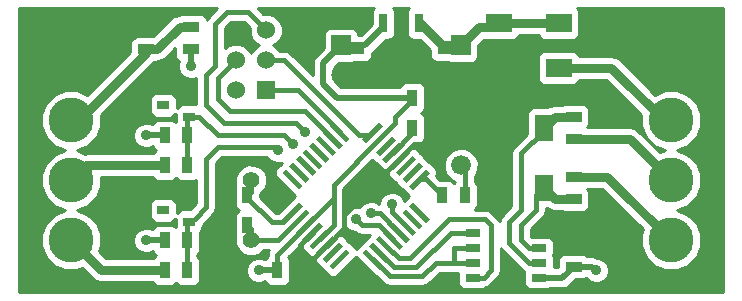
<source format=gbr>
G04 (created by PCBNEW (2013-07-07 BZR 4022)-stable) date 30.7.2014 11:24:54*
%MOIN*%
G04 Gerber Fmt 3.4, Leading zero omitted, Abs format*
%FSLAX34Y34*%
G01*
G70*
G90*
G04 APERTURE LIST*
%ADD10C,0.00590551*%
%ADD11R,0.0394X0.0315*%
%ADD12R,0.05X0.025*%
%ADD13R,0.035X0.055*%
%ADD14R,0.055X0.035*%
%ADD15R,0.06X0.06*%
%ADD16C,0.06*%
%ADD17C,0.056*%
%ADD18R,0.065X0.065*%
%ADD19C,0.065*%
%ADD20R,0.063X0.0866*%
%ADD21R,0.0866X0.063*%
%ADD22R,0.0276X0.063*%
%ADD23R,0.0276X0.0827*%
%ADD24R,0.0787X0.1083*%
%ADD25C,0.15*%
%ADD26R,0.15X0.15*%
%ADD27C,0.066*%
%ADD28C,0.0393701*%
%ADD29C,0.035*%
%ADD30C,0.03*%
%ADD31C,0.015*%
%ADD32C,0.02*%
%ADD33C,0.01*%
G04 APERTURE END LIST*
G54D10*
G36*
X20670Y-17408D02*
X20545Y-17283D01*
X21102Y-16726D01*
X21227Y-16852D01*
X20670Y-17408D01*
X20670Y-17408D01*
G37*
G36*
X20893Y-17631D02*
X20768Y-17506D01*
X21324Y-16949D01*
X21450Y-17074D01*
X20893Y-17631D01*
X20893Y-17631D01*
G37*
G36*
X21116Y-17854D02*
X20991Y-17728D01*
X21547Y-17172D01*
X21672Y-17297D01*
X21116Y-17854D01*
X21116Y-17854D01*
G37*
G36*
X21339Y-18076D02*
X21213Y-17951D01*
X21770Y-17395D01*
X21895Y-17520D01*
X21339Y-18076D01*
X21339Y-18076D01*
G37*
G36*
X21561Y-18299D02*
X21436Y-18174D01*
X21993Y-17617D01*
X22118Y-17743D01*
X21561Y-18299D01*
X21561Y-18299D01*
G37*
G36*
X21784Y-18522D02*
X21659Y-18397D01*
X22215Y-17840D01*
X22340Y-17965D01*
X21784Y-18522D01*
X21784Y-18522D01*
G37*
G36*
X22007Y-18745D02*
X21882Y-18619D01*
X22438Y-18063D01*
X22563Y-18188D01*
X22007Y-18745D01*
X22007Y-18745D01*
G37*
G36*
X22229Y-18967D02*
X22104Y-18842D01*
X22661Y-18286D01*
X22786Y-18411D01*
X22229Y-18967D01*
X22229Y-18967D01*
G37*
G36*
X24891Y-16303D02*
X24766Y-16178D01*
X25322Y-15621D01*
X25448Y-15746D01*
X24891Y-16303D01*
X24891Y-16303D01*
G37*
G36*
X23328Y-14740D02*
X23203Y-14615D01*
X23760Y-14059D01*
X23885Y-14184D01*
X23328Y-14740D01*
X23328Y-14740D01*
G37*
G36*
X23555Y-14966D02*
X23429Y-14841D01*
X23986Y-14285D01*
X24111Y-14410D01*
X23555Y-14966D01*
X23555Y-14966D01*
G37*
G36*
X23781Y-15193D02*
X23656Y-15068D01*
X24212Y-14511D01*
X24337Y-14636D01*
X23781Y-15193D01*
X23781Y-15193D01*
G37*
G36*
X24000Y-15412D02*
X23875Y-15287D01*
X24431Y-14730D01*
X24557Y-14855D01*
X24000Y-15412D01*
X24000Y-15412D01*
G37*
G36*
X24226Y-15638D02*
X24101Y-15513D01*
X24658Y-14957D01*
X24783Y-15082D01*
X24226Y-15638D01*
X24226Y-15638D01*
G37*
G36*
X24446Y-15857D02*
X24320Y-15732D01*
X24877Y-15176D01*
X25002Y-15301D01*
X24446Y-15857D01*
X24446Y-15857D01*
G37*
G36*
X24672Y-16084D02*
X24547Y-15959D01*
X25103Y-15402D01*
X25228Y-15527D01*
X24672Y-16084D01*
X24672Y-16084D01*
G37*
G36*
X23772Y-18970D02*
X23216Y-18414D01*
X23341Y-18288D01*
X23898Y-18845D01*
X23772Y-18970D01*
X23772Y-18970D01*
G37*
G36*
X23994Y-18748D02*
X23438Y-18192D01*
X23563Y-18066D01*
X24120Y-18623D01*
X23994Y-18748D01*
X23994Y-18748D01*
G37*
G36*
X24218Y-18525D02*
X23661Y-17968D01*
X23787Y-17843D01*
X24343Y-18399D01*
X24218Y-18525D01*
X24218Y-18525D01*
G37*
G36*
X24440Y-18303D02*
X23883Y-17746D01*
X24009Y-17621D01*
X24565Y-18177D01*
X24440Y-18303D01*
X24440Y-18303D01*
G37*
G36*
X24663Y-18079D02*
X24107Y-17523D01*
X24232Y-17398D01*
X24788Y-17954D01*
X24663Y-18079D01*
X24663Y-18079D01*
G37*
G36*
X24885Y-17857D02*
X24329Y-17301D01*
X24454Y-17175D01*
X25011Y-17732D01*
X24885Y-17857D01*
X24885Y-17857D01*
G37*
G36*
X25109Y-17634D02*
X24552Y-17077D01*
X24677Y-16952D01*
X25234Y-17509D01*
X25109Y-17634D01*
X25109Y-17634D01*
G37*
G36*
X25331Y-17412D02*
X24774Y-16855D01*
X24899Y-16730D01*
X25456Y-17287D01*
X25331Y-17412D01*
X25331Y-17412D01*
G37*
G36*
X21101Y-16296D02*
X20544Y-15739D01*
X20670Y-15614D01*
X21226Y-16171D01*
X21101Y-16296D01*
X21101Y-16296D01*
G37*
G36*
X21320Y-16077D02*
X20764Y-15520D01*
X20889Y-15395D01*
X21445Y-15951D01*
X21320Y-16077D01*
X21320Y-16077D01*
G37*
G36*
X21546Y-15850D02*
X20990Y-15294D01*
X21115Y-15169D01*
X21672Y-15725D01*
X21546Y-15850D01*
X21546Y-15850D01*
G37*
G36*
X21766Y-15631D02*
X21209Y-15075D01*
X21334Y-14950D01*
X21891Y-15506D01*
X21766Y-15631D01*
X21766Y-15631D01*
G37*
G36*
X21985Y-15412D02*
X21428Y-14855D01*
X21553Y-14730D01*
X22110Y-15287D01*
X21985Y-15412D01*
X21985Y-15412D01*
G37*
G36*
X22211Y-15186D02*
X21655Y-14629D01*
X21780Y-14504D01*
X22336Y-15061D01*
X22211Y-15186D01*
X22211Y-15186D01*
G37*
G36*
X22437Y-14959D02*
X21881Y-14403D01*
X22006Y-14278D01*
X22563Y-14834D01*
X22437Y-14959D01*
X22437Y-14959D01*
G37*
G36*
X22664Y-14733D02*
X22107Y-14177D01*
X22232Y-14051D01*
X22789Y-14608D01*
X22664Y-14733D01*
X22664Y-14733D01*
G37*
G54D11*
X16567Y-13500D03*
X17433Y-13875D03*
X17433Y-13125D03*
X16567Y-17000D03*
X17433Y-17375D03*
X17433Y-16625D03*
G54D12*
X26900Y-19250D03*
X26900Y-18750D03*
X26900Y-18250D03*
X26900Y-17750D03*
X29100Y-17750D03*
X29100Y-18250D03*
X29100Y-18750D03*
X29100Y-19250D03*
G54D13*
X16625Y-18000D03*
X17375Y-18000D03*
G54D14*
X23000Y-11625D03*
X23000Y-12375D03*
X30250Y-18875D03*
X30250Y-18125D03*
G54D13*
X20375Y-19000D03*
X21125Y-19000D03*
X24875Y-13250D03*
X25625Y-13250D03*
X19375Y-16500D03*
X18625Y-16500D03*
X19375Y-17500D03*
X18625Y-17500D03*
X24875Y-14250D03*
X25625Y-14250D03*
G54D14*
X26000Y-11625D03*
X26000Y-12375D03*
G54D13*
X16625Y-14500D03*
X17375Y-14500D03*
G54D15*
X20000Y-13000D03*
G54D16*
X19000Y-13000D03*
X20000Y-12000D03*
X19000Y-12000D03*
X20000Y-11000D03*
X19000Y-11000D03*
G54D17*
X19500Y-16000D03*
X19500Y-18000D03*
G54D18*
X26500Y-11500D03*
G54D19*
X26500Y-12500D03*
G54D18*
X22500Y-11500D03*
G54D19*
X22500Y-12500D03*
G54D14*
X30250Y-13875D03*
X30250Y-14625D03*
X30250Y-16625D03*
X30250Y-15875D03*
G54D13*
X17375Y-19000D03*
X16625Y-19000D03*
X17375Y-15500D03*
X16625Y-15500D03*
G54D14*
X17500Y-10875D03*
X17500Y-11625D03*
X16000Y-11625D03*
X16000Y-10875D03*
G54D20*
X27752Y-16250D03*
X29248Y-16250D03*
X27752Y-14250D03*
X29248Y-14250D03*
G54D21*
X27750Y-12248D03*
X27750Y-10752D03*
X29750Y-12248D03*
X29750Y-10752D03*
G54D22*
X23909Y-10752D03*
G54D23*
X24500Y-10850D03*
G54D22*
X25091Y-10752D03*
G54D24*
X24500Y-11795D03*
G54D25*
X13500Y-14000D03*
X13500Y-16000D03*
G54D26*
X13500Y-12000D03*
G54D25*
X13500Y-18000D03*
X33500Y-14000D03*
X33500Y-16000D03*
G54D26*
X33500Y-12000D03*
G54D25*
X33500Y-18000D03*
G54D13*
X26625Y-16500D03*
X25875Y-16500D03*
G54D27*
X26500Y-15500D03*
X26500Y-14500D03*
G54D28*
X34750Y-19250D03*
X30250Y-17500D03*
X32250Y-14000D03*
X34750Y-10750D03*
X21000Y-10750D03*
X16750Y-12750D03*
X16750Y-16250D03*
X18750Y-15500D03*
X18750Y-18500D03*
X14500Y-17000D03*
X14500Y-14750D03*
X12250Y-10750D03*
X12250Y-19250D03*
X15000Y-10750D03*
G54D29*
X23000Y-17300D03*
X21300Y-14400D03*
X24200Y-16800D03*
X20900Y-14800D03*
X23500Y-17100D03*
X20400Y-15000D03*
X17500Y-12200D03*
X31000Y-19000D03*
X19750Y-19000D03*
X16000Y-18000D03*
X16000Y-14500D03*
G54D30*
X30250Y-15875D02*
X31375Y-15875D01*
X31375Y-15875D02*
X33500Y-18000D01*
X30250Y-14625D02*
X32125Y-14625D01*
X32125Y-14625D02*
X33500Y-16000D01*
G54D31*
X22000Y-18181D02*
X22018Y-18181D01*
X22018Y-18181D02*
X22600Y-17600D01*
X22600Y-17600D02*
X22600Y-17140D01*
X22600Y-17140D02*
X24442Y-15297D01*
X25625Y-14250D02*
X25625Y-13250D01*
X26500Y-14500D02*
X25875Y-14500D01*
X25875Y-14500D02*
X25625Y-14250D01*
X25625Y-14250D02*
X25625Y-14475D01*
X24940Y-14800D02*
X24442Y-15297D01*
X25300Y-14800D02*
X24940Y-14800D01*
X25625Y-14475D02*
X25300Y-14800D01*
X21125Y-19000D02*
X21181Y-19000D01*
X21181Y-19000D02*
X22000Y-18181D01*
X21125Y-19000D02*
X21125Y-18165D01*
X21125Y-18165D02*
X21554Y-17736D01*
X25107Y-15962D02*
X25337Y-15962D01*
X25337Y-15962D02*
X25875Y-16500D01*
X24875Y-14250D02*
X24875Y-14412D01*
X24875Y-14412D02*
X24216Y-15071D01*
G54D30*
X13500Y-14000D02*
X13750Y-14000D01*
X16000Y-11750D02*
X16000Y-11625D01*
X13750Y-14000D02*
X16000Y-11750D01*
X17500Y-10875D02*
X17125Y-10875D01*
X16375Y-11625D02*
X16000Y-11625D01*
X17125Y-10875D02*
X16375Y-11625D01*
G54D31*
X26900Y-18250D02*
X26250Y-18250D01*
X26250Y-18250D02*
X26250Y-18750D01*
X26900Y-18750D02*
X26250Y-18750D01*
X26250Y-18750D02*
X25650Y-18750D01*
X25650Y-18750D02*
X25200Y-19200D01*
X25200Y-19200D02*
X24127Y-19200D01*
X24127Y-19200D02*
X23557Y-18629D01*
X26900Y-18750D02*
X26150Y-18750D01*
X26625Y-16500D02*
X26625Y-15625D01*
X26625Y-15625D02*
X26500Y-15500D01*
G54D30*
X30250Y-16625D02*
X29623Y-16625D01*
X29623Y-16625D02*
X29248Y-16250D01*
G54D31*
X29100Y-18250D02*
X28750Y-18250D01*
X29000Y-16498D02*
X29248Y-16250D01*
X29000Y-17000D02*
X29000Y-16498D01*
X28500Y-17500D02*
X29000Y-17000D01*
X28500Y-18000D02*
X28500Y-17500D01*
X28750Y-18250D02*
X28500Y-18000D01*
X26900Y-17750D02*
X26150Y-17750D01*
X26150Y-17750D02*
X25000Y-18900D01*
X25000Y-18900D02*
X24271Y-18900D01*
X24271Y-18900D02*
X23779Y-18407D01*
X26900Y-17750D02*
X26650Y-17750D01*
G54D30*
X30250Y-13875D02*
X29623Y-13875D01*
X29623Y-13875D02*
X29248Y-14250D01*
G54D31*
X29248Y-14250D02*
X29248Y-14352D01*
X28750Y-18750D02*
X28250Y-18250D01*
X28750Y-18750D02*
X29100Y-18750D01*
X28100Y-18100D02*
X28250Y-18250D01*
X28100Y-17400D02*
X28100Y-18100D01*
X28500Y-17000D02*
X28100Y-17400D01*
X28500Y-15100D02*
X28500Y-17000D01*
X29248Y-14352D02*
X28500Y-15100D01*
X20000Y-12000D02*
X20600Y-12000D01*
X23444Y-14500D02*
X23544Y-14399D01*
X23100Y-14500D02*
X23444Y-14500D01*
X20600Y-12000D02*
X23100Y-14500D01*
X19000Y-12000D02*
X18400Y-12600D01*
X21303Y-13700D02*
X22222Y-14619D01*
X18800Y-13700D02*
X21303Y-13700D01*
X18400Y-13300D02*
X18800Y-13700D01*
X18400Y-12600D02*
X18400Y-13300D01*
X20000Y-13000D02*
X21055Y-13000D01*
X21055Y-13000D02*
X22448Y-14392D01*
X23762Y-17500D02*
X23200Y-17500D01*
X24224Y-17962D02*
X23762Y-17500D01*
X18500Y-14000D02*
X18600Y-14100D01*
X19400Y-10400D02*
X18700Y-10400D01*
X18700Y-10400D02*
X18300Y-10800D01*
X18300Y-10800D02*
X18300Y-12200D01*
X18300Y-12200D02*
X18000Y-12500D01*
X18000Y-12500D02*
X18000Y-13500D01*
X18000Y-13500D02*
X18500Y-14000D01*
X19400Y-10400D02*
X20000Y-11000D01*
X21000Y-14100D02*
X21300Y-14400D01*
X18600Y-14100D02*
X21000Y-14100D01*
X23200Y-17500D02*
X23000Y-17300D01*
G54D30*
X27750Y-10752D02*
X29750Y-10752D01*
X26500Y-11500D02*
X27100Y-10900D01*
X27748Y-10750D02*
X27750Y-10752D01*
X27100Y-10900D02*
X27500Y-10900D01*
X27500Y-10900D02*
X27748Y-10750D01*
X25091Y-10752D02*
X25127Y-10752D01*
X25875Y-11500D02*
X26500Y-11500D01*
X25127Y-10752D02*
X25875Y-11500D01*
G54D31*
X19375Y-16500D02*
X19375Y-16575D01*
X20554Y-17400D02*
X20886Y-17067D01*
X20200Y-17400D02*
X20554Y-17400D01*
X19375Y-16575D02*
X20200Y-17400D01*
X19500Y-16000D02*
X19500Y-16375D01*
X19500Y-16375D02*
X19375Y-16500D01*
X19500Y-18000D02*
X20399Y-18000D01*
X20399Y-18000D02*
X21109Y-17290D01*
X19500Y-18000D02*
X19500Y-17625D01*
X19500Y-17625D02*
X19375Y-17500D01*
X27300Y-17300D02*
X26100Y-17300D01*
X26100Y-17300D02*
X24800Y-18600D01*
X24800Y-18600D02*
X24418Y-18600D01*
X24418Y-18600D02*
X24002Y-18184D01*
X27300Y-17300D02*
X27500Y-17500D01*
X27250Y-19250D02*
X26900Y-19250D01*
X27300Y-17300D02*
X26600Y-17300D01*
X27500Y-17500D02*
X27300Y-17300D01*
X27500Y-19000D02*
X27500Y-17500D01*
X27250Y-19250D02*
X27500Y-19000D01*
X17375Y-15500D02*
X17375Y-14500D01*
X17375Y-14500D02*
X17375Y-13933D01*
X17375Y-13933D02*
X17433Y-13875D01*
X20600Y-14500D02*
X20900Y-14800D01*
X24670Y-17516D02*
X24200Y-17046D01*
X17775Y-13875D02*
X17433Y-13875D01*
X20400Y-14500D02*
X20600Y-14500D01*
X18400Y-14500D02*
X20400Y-14500D01*
X17775Y-13875D02*
X18400Y-14500D01*
X24200Y-16800D02*
X24200Y-17046D01*
X17375Y-19000D02*
X17375Y-18000D01*
X17375Y-18000D02*
X17375Y-17433D01*
X17375Y-17433D02*
X17433Y-17375D01*
X20400Y-14900D02*
X18400Y-14900D01*
X24438Y-17738D02*
X23800Y-17100D01*
X23800Y-17100D02*
X23500Y-17100D01*
X20400Y-15000D02*
X20400Y-14900D01*
X24448Y-17738D02*
X24438Y-17738D01*
X17625Y-17275D02*
X17433Y-17375D01*
X18000Y-16900D02*
X17625Y-17275D01*
X18000Y-15300D02*
X18000Y-16900D01*
X18400Y-14900D02*
X18000Y-15300D01*
G54D30*
X16625Y-15500D02*
X14000Y-15500D01*
X14000Y-15500D02*
X13500Y-16000D01*
X16625Y-19000D02*
X14500Y-19000D01*
X14500Y-19000D02*
X13500Y-18000D01*
G54D32*
X17500Y-11625D02*
X17500Y-12200D01*
X17500Y-11625D02*
X17375Y-11625D01*
X29100Y-19250D02*
X29875Y-19250D01*
X29875Y-19250D02*
X30250Y-18875D01*
X30250Y-18875D02*
X30875Y-18875D01*
X30875Y-18875D02*
X31000Y-19000D01*
X20375Y-19000D02*
X20375Y-19125D01*
X20250Y-19000D02*
X19750Y-19000D01*
X20375Y-19125D02*
X20250Y-19000D01*
X16625Y-18000D02*
X16000Y-18000D01*
X16625Y-14500D02*
X16000Y-14500D01*
X23909Y-10752D02*
X23909Y-10891D01*
X23300Y-11500D02*
X23700Y-11100D01*
X23300Y-11500D02*
X22500Y-11500D01*
X23909Y-10891D02*
X23700Y-11100D01*
X23000Y-11625D02*
X22625Y-11625D01*
X22625Y-11625D02*
X22500Y-11500D01*
X24875Y-13250D02*
X22350Y-13250D01*
X21900Y-12100D02*
X22500Y-11500D01*
X21900Y-12800D02*
X21900Y-12100D01*
X22350Y-13250D02*
X21900Y-12800D01*
G54D31*
X24875Y-13250D02*
X24875Y-13325D01*
X24300Y-14096D02*
X23770Y-14626D01*
X24300Y-13900D02*
X24300Y-14096D01*
X24875Y-13325D02*
X24300Y-13900D01*
X22250Y-16400D02*
X22250Y-16595D01*
X22250Y-16595D02*
X21331Y-17513D01*
X22250Y-17000D02*
X22250Y-16400D01*
X22250Y-16400D02*
X22250Y-16146D01*
X22250Y-16146D02*
X23770Y-14626D01*
X21791Y-17958D02*
X22250Y-17500D01*
X22250Y-17500D02*
X22250Y-17000D01*
X21777Y-17958D02*
X21791Y-17958D01*
X20375Y-19000D02*
X20375Y-18470D01*
X20375Y-18470D02*
X21331Y-17513D01*
G54D30*
X33500Y-14000D02*
X33250Y-14000D01*
X31498Y-12248D02*
X29750Y-12248D01*
X33250Y-14000D02*
X31498Y-12248D01*
G54D10*
G36*
X17675Y-13467D02*
X17580Y-13467D01*
X17186Y-13467D01*
X17094Y-13505D01*
X17024Y-13575D01*
X17014Y-13600D01*
X17014Y-13292D01*
X16976Y-13201D01*
X16905Y-13130D01*
X16813Y-13092D01*
X16714Y-13092D01*
X16320Y-13092D01*
X16228Y-13130D01*
X16158Y-13200D01*
X16120Y-13292D01*
X16119Y-13392D01*
X16119Y-13707D01*
X16157Y-13798D01*
X16228Y-13869D01*
X16320Y-13907D01*
X16419Y-13907D01*
X16813Y-13907D01*
X16905Y-13869D01*
X16975Y-13799D01*
X16985Y-13774D01*
X16985Y-14057D01*
X16941Y-14013D01*
X16849Y-13975D01*
X16750Y-13974D01*
X16400Y-13974D01*
X16308Y-14012D01*
X16238Y-14083D01*
X16218Y-14130D01*
X16084Y-14075D01*
X15915Y-14074D01*
X15759Y-14139D01*
X15639Y-14258D01*
X15575Y-14415D01*
X15574Y-14584D01*
X15639Y-14740D01*
X15758Y-14860D01*
X15915Y-14924D01*
X16084Y-14925D01*
X16218Y-14869D01*
X16237Y-14916D01*
X16308Y-14986D01*
X16339Y-14999D01*
X16308Y-15012D01*
X16238Y-15083D01*
X16231Y-15100D01*
X14000Y-15100D01*
X13959Y-15108D01*
X13959Y-15108D01*
X13699Y-15000D01*
X13698Y-15000D01*
X14065Y-14848D01*
X14347Y-14567D01*
X14499Y-14199D01*
X14500Y-13815D01*
X16265Y-12050D01*
X16324Y-12050D01*
X16394Y-12021D01*
X16502Y-11999D01*
X16528Y-11994D01*
X16528Y-11994D01*
X16657Y-11907D01*
X16974Y-11590D01*
X16974Y-11849D01*
X17012Y-11941D01*
X17083Y-12011D01*
X17112Y-12024D01*
X17075Y-12115D01*
X17074Y-12284D01*
X17139Y-12440D01*
X17258Y-12560D01*
X17415Y-12624D01*
X17584Y-12625D01*
X17675Y-12587D01*
X17675Y-13467D01*
X17675Y-13467D01*
G37*
G54D33*
X17675Y-13467D02*
X17580Y-13467D01*
X17186Y-13467D01*
X17094Y-13505D01*
X17024Y-13575D01*
X17014Y-13600D01*
X17014Y-13292D01*
X16976Y-13201D01*
X16905Y-13130D01*
X16813Y-13092D01*
X16714Y-13092D01*
X16320Y-13092D01*
X16228Y-13130D01*
X16158Y-13200D01*
X16120Y-13292D01*
X16119Y-13392D01*
X16119Y-13707D01*
X16157Y-13798D01*
X16228Y-13869D01*
X16320Y-13907D01*
X16419Y-13907D01*
X16813Y-13907D01*
X16905Y-13869D01*
X16975Y-13799D01*
X16985Y-13774D01*
X16985Y-14057D01*
X16941Y-14013D01*
X16849Y-13975D01*
X16750Y-13974D01*
X16400Y-13974D01*
X16308Y-14012D01*
X16238Y-14083D01*
X16218Y-14130D01*
X16084Y-14075D01*
X15915Y-14074D01*
X15759Y-14139D01*
X15639Y-14258D01*
X15575Y-14415D01*
X15574Y-14584D01*
X15639Y-14740D01*
X15758Y-14860D01*
X15915Y-14924D01*
X16084Y-14925D01*
X16218Y-14869D01*
X16237Y-14916D01*
X16308Y-14986D01*
X16339Y-14999D01*
X16308Y-15012D01*
X16238Y-15083D01*
X16231Y-15100D01*
X14000Y-15100D01*
X13959Y-15108D01*
X13959Y-15108D01*
X13699Y-15000D01*
X13698Y-15000D01*
X14065Y-14848D01*
X14347Y-14567D01*
X14499Y-14199D01*
X14500Y-13815D01*
X16265Y-12050D01*
X16324Y-12050D01*
X16394Y-12021D01*
X16502Y-11999D01*
X16528Y-11994D01*
X16528Y-11994D01*
X16657Y-11907D01*
X16974Y-11590D01*
X16974Y-11849D01*
X17012Y-11941D01*
X17083Y-12011D01*
X17112Y-12024D01*
X17075Y-12115D01*
X17074Y-12284D01*
X17139Y-12440D01*
X17258Y-12560D01*
X17415Y-12624D01*
X17584Y-12625D01*
X17675Y-12587D01*
X17675Y-13467D01*
G54D10*
G36*
X17675Y-16765D02*
X17472Y-16967D01*
X17186Y-16967D01*
X17094Y-17005D01*
X17024Y-17075D01*
X17014Y-17100D01*
X17014Y-16792D01*
X16976Y-16701D01*
X16905Y-16630D01*
X16813Y-16592D01*
X16714Y-16592D01*
X16320Y-16592D01*
X16228Y-16630D01*
X16158Y-16700D01*
X16120Y-16792D01*
X16119Y-16892D01*
X16119Y-17207D01*
X16157Y-17298D01*
X16228Y-17369D01*
X16320Y-17407D01*
X16419Y-17407D01*
X16813Y-17407D01*
X16905Y-17369D01*
X16975Y-17299D01*
X16985Y-17274D01*
X16985Y-17557D01*
X16941Y-17513D01*
X16849Y-17475D01*
X16750Y-17474D01*
X16400Y-17474D01*
X16308Y-17512D01*
X16238Y-17583D01*
X16218Y-17630D01*
X16084Y-17575D01*
X15915Y-17574D01*
X15759Y-17639D01*
X15639Y-17758D01*
X15575Y-17915D01*
X15574Y-18084D01*
X15639Y-18240D01*
X15758Y-18360D01*
X15915Y-18424D01*
X16084Y-18425D01*
X16218Y-18369D01*
X16237Y-18416D01*
X16308Y-18486D01*
X16339Y-18499D01*
X16308Y-18512D01*
X16238Y-18583D01*
X16231Y-18600D01*
X14665Y-18600D01*
X14431Y-18365D01*
X14499Y-18199D01*
X14500Y-17801D01*
X14348Y-17434D01*
X14067Y-17152D01*
X13699Y-17000D01*
X13698Y-17000D01*
X14065Y-16848D01*
X14347Y-16567D01*
X14499Y-16199D01*
X14500Y-15900D01*
X16231Y-15900D01*
X16237Y-15916D01*
X16308Y-15986D01*
X16400Y-16024D01*
X16499Y-16025D01*
X16849Y-16025D01*
X16941Y-15987D01*
X17000Y-15928D01*
X17058Y-15986D01*
X17150Y-16024D01*
X17249Y-16025D01*
X17599Y-16025D01*
X17675Y-15993D01*
X17675Y-16765D01*
X17675Y-16765D01*
G37*
G54D33*
X17675Y-16765D02*
X17472Y-16967D01*
X17186Y-16967D01*
X17094Y-17005D01*
X17024Y-17075D01*
X17014Y-17100D01*
X17014Y-16792D01*
X16976Y-16701D01*
X16905Y-16630D01*
X16813Y-16592D01*
X16714Y-16592D01*
X16320Y-16592D01*
X16228Y-16630D01*
X16158Y-16700D01*
X16120Y-16792D01*
X16119Y-16892D01*
X16119Y-17207D01*
X16157Y-17298D01*
X16228Y-17369D01*
X16320Y-17407D01*
X16419Y-17407D01*
X16813Y-17407D01*
X16905Y-17369D01*
X16975Y-17299D01*
X16985Y-17274D01*
X16985Y-17557D01*
X16941Y-17513D01*
X16849Y-17475D01*
X16750Y-17474D01*
X16400Y-17474D01*
X16308Y-17512D01*
X16238Y-17583D01*
X16218Y-17630D01*
X16084Y-17575D01*
X15915Y-17574D01*
X15759Y-17639D01*
X15639Y-17758D01*
X15575Y-17915D01*
X15574Y-18084D01*
X15639Y-18240D01*
X15758Y-18360D01*
X15915Y-18424D01*
X16084Y-18425D01*
X16218Y-18369D01*
X16237Y-18416D01*
X16308Y-18486D01*
X16339Y-18499D01*
X16308Y-18512D01*
X16238Y-18583D01*
X16231Y-18600D01*
X14665Y-18600D01*
X14431Y-18365D01*
X14499Y-18199D01*
X14500Y-17801D01*
X14348Y-17434D01*
X14067Y-17152D01*
X13699Y-17000D01*
X13698Y-17000D01*
X14065Y-16848D01*
X14347Y-16567D01*
X14499Y-16199D01*
X14500Y-15900D01*
X16231Y-15900D01*
X16237Y-15916D01*
X16308Y-15986D01*
X16400Y-16024D01*
X16499Y-16025D01*
X16849Y-16025D01*
X16941Y-15987D01*
X17000Y-15928D01*
X17058Y-15986D01*
X17150Y-16024D01*
X17249Y-16025D01*
X17599Y-16025D01*
X17675Y-15993D01*
X17675Y-16765D01*
G54D10*
G36*
X19769Y-11499D02*
X19688Y-11533D01*
X19534Y-11688D01*
X19500Y-11769D01*
X19466Y-11688D01*
X19311Y-11534D01*
X19109Y-11450D01*
X18891Y-11449D01*
X18688Y-11533D01*
X18625Y-11597D01*
X18625Y-10934D01*
X18834Y-10725D01*
X19265Y-10725D01*
X19450Y-10909D01*
X19449Y-11108D01*
X19533Y-11311D01*
X19688Y-11465D01*
X19769Y-11499D01*
X19769Y-11499D01*
G37*
G54D33*
X19769Y-11499D02*
X19688Y-11533D01*
X19534Y-11688D01*
X19500Y-11769D01*
X19466Y-11688D01*
X19311Y-11534D01*
X19109Y-11450D01*
X18891Y-11449D01*
X18688Y-11533D01*
X18625Y-11597D01*
X18625Y-10934D01*
X18834Y-10725D01*
X19265Y-10725D01*
X19450Y-10909D01*
X19449Y-11108D01*
X19533Y-11311D01*
X19688Y-11465D01*
X19769Y-11499D01*
G54D10*
G36*
X23451Y-17825D02*
X23450Y-17826D01*
X23441Y-17846D01*
X23422Y-17854D01*
X23351Y-17925D01*
X23226Y-18050D01*
X23218Y-18069D01*
X23200Y-18076D01*
X23129Y-18147D01*
X23004Y-18272D01*
X23002Y-18278D01*
X22998Y-18269D01*
X22928Y-18199D01*
X22803Y-18074D01*
X22783Y-18066D01*
X22775Y-18047D01*
X22705Y-17976D01*
X22580Y-17851D01*
X22488Y-17813D01*
X22396Y-17813D01*
X22479Y-17729D01*
X22550Y-17624D01*
X22550Y-17624D01*
X22575Y-17500D01*
X22575Y-17384D01*
X22639Y-17540D01*
X22758Y-17660D01*
X22915Y-17724D01*
X22965Y-17724D01*
X22970Y-17729D01*
X22970Y-17729D01*
X23075Y-17800D01*
X23075Y-17800D01*
X23200Y-17825D01*
X23451Y-17825D01*
X23451Y-17825D01*
G37*
G54D33*
X23451Y-17825D02*
X23450Y-17826D01*
X23441Y-17846D01*
X23422Y-17854D01*
X23351Y-17925D01*
X23226Y-18050D01*
X23218Y-18069D01*
X23200Y-18076D01*
X23129Y-18147D01*
X23004Y-18272D01*
X23002Y-18278D01*
X22998Y-18269D01*
X22928Y-18199D01*
X22803Y-18074D01*
X22783Y-18066D01*
X22775Y-18047D01*
X22705Y-17976D01*
X22580Y-17851D01*
X22488Y-17813D01*
X22396Y-17813D01*
X22479Y-17729D01*
X22550Y-17624D01*
X22550Y-17624D01*
X22575Y-17500D01*
X22575Y-17384D01*
X22639Y-17540D01*
X22758Y-17660D01*
X22915Y-17724D01*
X22965Y-17724D01*
X22970Y-17729D01*
X22970Y-17729D01*
X23075Y-17800D01*
X23075Y-17800D01*
X23200Y-17825D01*
X23451Y-17825D01*
G54D10*
G36*
X23584Y-10269D02*
X23559Y-10295D01*
X23521Y-10387D01*
X23520Y-10486D01*
X23520Y-10784D01*
X23452Y-10852D01*
X23452Y-10852D01*
X23452Y-10852D01*
X23155Y-11150D01*
X23075Y-11150D01*
X23075Y-11125D01*
X23037Y-11033D01*
X22966Y-10963D01*
X22874Y-10925D01*
X22775Y-10924D01*
X22125Y-10924D01*
X22033Y-10962D01*
X21963Y-11033D01*
X21925Y-11125D01*
X21924Y-11224D01*
X21924Y-11580D01*
X21652Y-11852D01*
X21576Y-11966D01*
X21550Y-12100D01*
X21550Y-12490D01*
X20829Y-11770D01*
X20724Y-11699D01*
X20600Y-11675D01*
X20452Y-11675D01*
X20311Y-11534D01*
X20230Y-11500D01*
X20311Y-11466D01*
X20465Y-11311D01*
X20549Y-11109D01*
X20550Y-10891D01*
X20466Y-10688D01*
X20311Y-10534D01*
X20109Y-10450D01*
X19909Y-10449D01*
X19729Y-10269D01*
X23584Y-10269D01*
X23584Y-10269D01*
G37*
G54D33*
X23584Y-10269D02*
X23559Y-10295D01*
X23521Y-10387D01*
X23520Y-10486D01*
X23520Y-10784D01*
X23452Y-10852D01*
X23452Y-10852D01*
X23452Y-10852D01*
X23155Y-11150D01*
X23075Y-11150D01*
X23075Y-11125D01*
X23037Y-11033D01*
X22966Y-10963D01*
X22874Y-10925D01*
X22775Y-10924D01*
X22125Y-10924D01*
X22033Y-10962D01*
X21963Y-11033D01*
X21925Y-11125D01*
X21924Y-11224D01*
X21924Y-11580D01*
X21652Y-11852D01*
X21576Y-11966D01*
X21550Y-12100D01*
X21550Y-12490D01*
X20829Y-11770D01*
X20724Y-11699D01*
X20600Y-11675D01*
X20452Y-11675D01*
X20311Y-11534D01*
X20230Y-11500D01*
X20311Y-11466D01*
X20465Y-11311D01*
X20549Y-11109D01*
X20550Y-10891D01*
X20466Y-10688D01*
X20311Y-10534D01*
X20109Y-10450D01*
X19909Y-10449D01*
X19729Y-10269D01*
X23584Y-10269D01*
G54D10*
G36*
X24758Y-16518D02*
X24688Y-16588D01*
X24606Y-16670D01*
X24560Y-16559D01*
X24441Y-16439D01*
X24284Y-16375D01*
X24115Y-16374D01*
X23959Y-16439D01*
X23839Y-16558D01*
X23775Y-16715D01*
X23775Y-16773D01*
X23741Y-16739D01*
X23584Y-16675D01*
X23415Y-16674D01*
X23259Y-16739D01*
X23139Y-16858D01*
X23126Y-16892D01*
X23084Y-16875D01*
X22915Y-16874D01*
X22759Y-16939D01*
X22639Y-17058D01*
X22575Y-17215D01*
X22575Y-17299D01*
X22575Y-17000D01*
X22575Y-16595D01*
X22575Y-16400D01*
X22575Y-16281D01*
X23545Y-15311D01*
X23639Y-15405D01*
X23656Y-15412D01*
X23663Y-15428D01*
X23733Y-15499D01*
X23858Y-15624D01*
X23950Y-15662D01*
X24050Y-15662D01*
X24085Y-15647D01*
X24070Y-15682D01*
X24070Y-15782D01*
X24108Y-15874D01*
X24179Y-15944D01*
X24304Y-16069D01*
X24326Y-16078D01*
X24335Y-16100D01*
X24405Y-16170D01*
X24530Y-16296D01*
X24547Y-16303D01*
X24554Y-16319D01*
X24624Y-16390D01*
X24749Y-16515D01*
X24758Y-16518D01*
X24758Y-16518D01*
G37*
G54D33*
X24758Y-16518D02*
X24688Y-16588D01*
X24606Y-16670D01*
X24560Y-16559D01*
X24441Y-16439D01*
X24284Y-16375D01*
X24115Y-16374D01*
X23959Y-16439D01*
X23839Y-16558D01*
X23775Y-16715D01*
X23775Y-16773D01*
X23741Y-16739D01*
X23584Y-16675D01*
X23415Y-16674D01*
X23259Y-16739D01*
X23139Y-16858D01*
X23126Y-16892D01*
X23084Y-16875D01*
X22915Y-16874D01*
X22759Y-16939D01*
X22639Y-17058D01*
X22575Y-17215D01*
X22575Y-17299D01*
X22575Y-17000D01*
X22575Y-16595D01*
X22575Y-16400D01*
X22575Y-16281D01*
X23545Y-15311D01*
X23639Y-15405D01*
X23656Y-15412D01*
X23663Y-15428D01*
X23733Y-15499D01*
X23858Y-15624D01*
X23950Y-15662D01*
X24050Y-15662D01*
X24085Y-15647D01*
X24070Y-15682D01*
X24070Y-15782D01*
X24108Y-15874D01*
X24179Y-15944D01*
X24304Y-16069D01*
X24326Y-16078D01*
X24335Y-16100D01*
X24405Y-16170D01*
X24530Y-16296D01*
X24547Y-16303D01*
X24554Y-16319D01*
X24624Y-16390D01*
X24749Y-16515D01*
X24758Y-16518D01*
G54D10*
G36*
X35230Y-19730D02*
X12500Y-19730D01*
X12000Y-19730D01*
X11769Y-19730D01*
X11769Y-10269D01*
X18370Y-10269D01*
X18070Y-10570D01*
X18021Y-10642D01*
X17987Y-10558D01*
X17916Y-10488D01*
X17824Y-10450D01*
X17725Y-10449D01*
X17175Y-10449D01*
X17105Y-10478D01*
X16971Y-10505D01*
X16928Y-10534D01*
X16842Y-10592D01*
X16234Y-11199D01*
X16225Y-11199D01*
X15675Y-11199D01*
X15583Y-11237D01*
X15513Y-11308D01*
X15475Y-11400D01*
X15474Y-11499D01*
X15474Y-11709D01*
X14042Y-13142D01*
X13699Y-13000D01*
X13301Y-12999D01*
X12934Y-13151D01*
X12652Y-13432D01*
X12500Y-13800D01*
X12499Y-14198D01*
X12651Y-14565D01*
X12932Y-14847D01*
X13300Y-14999D01*
X13301Y-14999D01*
X12934Y-15151D01*
X12652Y-15432D01*
X12500Y-15800D01*
X12499Y-16198D01*
X12651Y-16565D01*
X12932Y-16847D01*
X13300Y-16999D01*
X13301Y-16999D01*
X12934Y-17151D01*
X12652Y-17432D01*
X12500Y-17800D01*
X12499Y-18198D01*
X12651Y-18565D01*
X12932Y-18847D01*
X13300Y-18999D01*
X13698Y-19000D01*
X13865Y-18931D01*
X14217Y-19282D01*
X14217Y-19282D01*
X14303Y-19340D01*
X14346Y-19369D01*
X14346Y-19369D01*
X14500Y-19400D01*
X16231Y-19400D01*
X16237Y-19416D01*
X16308Y-19486D01*
X16400Y-19524D01*
X16499Y-19525D01*
X16849Y-19525D01*
X16941Y-19487D01*
X17000Y-19428D01*
X17058Y-19486D01*
X17150Y-19524D01*
X17249Y-19525D01*
X17599Y-19525D01*
X17691Y-19487D01*
X17761Y-19416D01*
X17799Y-19324D01*
X17800Y-19225D01*
X17800Y-18675D01*
X17762Y-18583D01*
X17700Y-18521D01*
X17700Y-18478D01*
X17761Y-18416D01*
X17799Y-18324D01*
X17800Y-18225D01*
X17800Y-17715D01*
X17841Y-17674D01*
X17879Y-17582D01*
X17880Y-17482D01*
X17880Y-17479D01*
X18229Y-17129D01*
X18229Y-17129D01*
X18229Y-17129D01*
X18300Y-17024D01*
X18300Y-17024D01*
X18325Y-16900D01*
X18325Y-15434D01*
X18534Y-15225D01*
X20033Y-15225D01*
X20039Y-15240D01*
X20158Y-15360D01*
X20315Y-15424D01*
X20484Y-15425D01*
X20521Y-15409D01*
X20458Y-15472D01*
X20333Y-15598D01*
X20294Y-15689D01*
X20294Y-15789D01*
X20332Y-15881D01*
X20403Y-15951D01*
X20959Y-16508D01*
X20968Y-16511D01*
X20960Y-16514D01*
X20890Y-16585D01*
X20400Y-17075D01*
X20334Y-17075D01*
X19800Y-16540D01*
X19800Y-16499D01*
X19800Y-16499D01*
X19800Y-16499D01*
X19812Y-16436D01*
X19949Y-16300D01*
X20029Y-16105D01*
X20030Y-15895D01*
X19949Y-15700D01*
X19800Y-15550D01*
X19605Y-15470D01*
X19395Y-15469D01*
X19200Y-15550D01*
X19050Y-15699D01*
X18970Y-15894D01*
X18969Y-16104D01*
X18974Y-16116D01*
X18950Y-16175D01*
X18949Y-16274D01*
X18949Y-16824D01*
X18987Y-16916D01*
X19058Y-16986D01*
X19089Y-16999D01*
X19058Y-17012D01*
X18988Y-17083D01*
X18950Y-17175D01*
X18949Y-17274D01*
X18949Y-17824D01*
X18974Y-17883D01*
X18970Y-17894D01*
X18969Y-18104D01*
X19050Y-18299D01*
X19199Y-18449D01*
X19394Y-18529D01*
X19604Y-18530D01*
X19799Y-18449D01*
X19924Y-18325D01*
X20088Y-18325D01*
X20074Y-18345D01*
X20050Y-18470D01*
X20050Y-18521D01*
X19988Y-18583D01*
X19968Y-18630D01*
X19834Y-18575D01*
X19665Y-18574D01*
X19509Y-18639D01*
X19389Y-18758D01*
X19325Y-18915D01*
X19324Y-19084D01*
X19389Y-19240D01*
X19508Y-19360D01*
X19665Y-19424D01*
X19834Y-19425D01*
X19968Y-19369D01*
X19987Y-19416D01*
X20058Y-19486D01*
X20150Y-19524D01*
X20249Y-19525D01*
X20599Y-19525D01*
X20691Y-19487D01*
X20761Y-19416D01*
X20799Y-19324D01*
X20800Y-19225D01*
X20800Y-18675D01*
X20762Y-18583D01*
X20741Y-18563D01*
X21191Y-18113D01*
X21186Y-18124D01*
X21186Y-18223D01*
X21224Y-18315D01*
X21294Y-18386D01*
X21419Y-18511D01*
X21511Y-18549D01*
X21611Y-18549D01*
X21646Y-18535D01*
X21632Y-18569D01*
X21632Y-18669D01*
X21670Y-18761D01*
X21740Y-18831D01*
X21865Y-18956D01*
X21884Y-18964D01*
X21892Y-18984D01*
X21963Y-19054D01*
X22088Y-19179D01*
X22180Y-19217D01*
X22279Y-19217D01*
X22371Y-19179D01*
X22441Y-19109D01*
X22998Y-18553D01*
X23000Y-18547D01*
X23004Y-18555D01*
X23074Y-18625D01*
X23631Y-19182D01*
X23663Y-19196D01*
X23897Y-19429D01*
X24003Y-19500D01*
X24003Y-19500D01*
X24127Y-19525D01*
X25200Y-19525D01*
X25324Y-19500D01*
X25324Y-19500D01*
X25429Y-19429D01*
X25784Y-19075D01*
X26150Y-19075D01*
X26250Y-19075D01*
X26400Y-19075D01*
X26400Y-19075D01*
X26399Y-19174D01*
X26399Y-19424D01*
X26437Y-19516D01*
X26508Y-19586D01*
X26600Y-19624D01*
X26699Y-19625D01*
X27199Y-19625D01*
X27291Y-19587D01*
X27316Y-19561D01*
X27374Y-19550D01*
X27374Y-19550D01*
X27479Y-19479D01*
X27729Y-19229D01*
X27729Y-19229D01*
X27729Y-19229D01*
X27800Y-19124D01*
X27800Y-19124D01*
X27825Y-19000D01*
X27825Y-18262D01*
X27870Y-18329D01*
X28020Y-18479D01*
X28020Y-18479D01*
X28520Y-18979D01*
X28520Y-18979D01*
X28583Y-19022D01*
X28613Y-19042D01*
X28600Y-19075D01*
X28599Y-19174D01*
X28599Y-19424D01*
X28637Y-19516D01*
X28708Y-19586D01*
X28800Y-19624D01*
X28899Y-19625D01*
X29399Y-19625D01*
X29460Y-19600D01*
X29875Y-19600D01*
X30008Y-19573D01*
X30008Y-19573D01*
X30122Y-19497D01*
X30319Y-19300D01*
X30574Y-19300D01*
X30662Y-19263D01*
X30758Y-19360D01*
X30915Y-19424D01*
X31084Y-19425D01*
X31240Y-19360D01*
X31360Y-19241D01*
X31424Y-19084D01*
X31425Y-18915D01*
X31360Y-18759D01*
X31241Y-18639D01*
X31084Y-18575D01*
X31043Y-18575D01*
X31043Y-18575D01*
X31008Y-18551D01*
X30875Y-18525D01*
X30703Y-18525D01*
X30666Y-18488D01*
X30574Y-18450D01*
X30475Y-18449D01*
X29925Y-18449D01*
X29833Y-18487D01*
X29763Y-18558D01*
X29725Y-18650D01*
X29724Y-18749D01*
X29724Y-18900D01*
X29599Y-18900D01*
X29600Y-18825D01*
X29600Y-18575D01*
X29568Y-18499D01*
X29599Y-18424D01*
X29600Y-18325D01*
X29600Y-18075D01*
X29562Y-17983D01*
X29491Y-17913D01*
X29399Y-17875D01*
X29300Y-17874D01*
X28834Y-17874D01*
X28825Y-17865D01*
X28825Y-17634D01*
X29229Y-17229D01*
X29229Y-17229D01*
X29229Y-17229D01*
X29272Y-17166D01*
X29300Y-17124D01*
X29300Y-17124D01*
X29325Y-17000D01*
X29325Y-16933D01*
X29377Y-16933D01*
X29377Y-16933D01*
X29426Y-16965D01*
X29469Y-16994D01*
X29469Y-16994D01*
X29623Y-17025D01*
X29864Y-17025D01*
X29925Y-17049D01*
X30024Y-17050D01*
X30574Y-17050D01*
X30666Y-17012D01*
X30736Y-16941D01*
X30774Y-16849D01*
X30775Y-16750D01*
X30775Y-16400D01*
X30737Y-16308D01*
X30703Y-16275D01*
X31209Y-16275D01*
X32568Y-17634D01*
X32500Y-17800D01*
X32499Y-18198D01*
X32651Y-18565D01*
X32932Y-18847D01*
X33300Y-18999D01*
X33698Y-19000D01*
X34065Y-18848D01*
X34347Y-18567D01*
X34499Y-18199D01*
X34500Y-17801D01*
X34348Y-17434D01*
X34067Y-17152D01*
X33699Y-17000D01*
X33698Y-17000D01*
X34065Y-16848D01*
X34347Y-16567D01*
X34499Y-16199D01*
X34500Y-15801D01*
X34348Y-15434D01*
X34067Y-15152D01*
X33699Y-15000D01*
X33698Y-15000D01*
X34065Y-14848D01*
X34347Y-14567D01*
X34499Y-14199D01*
X34500Y-13801D01*
X34348Y-13434D01*
X34067Y-13152D01*
X33699Y-13000D01*
X33301Y-12999D01*
X32957Y-13142D01*
X31780Y-11965D01*
X31651Y-11878D01*
X31625Y-11873D01*
X31498Y-11848D01*
X30418Y-11848D01*
X30395Y-11791D01*
X30324Y-11721D01*
X30232Y-11683D01*
X30133Y-11682D01*
X29267Y-11682D01*
X29175Y-11720D01*
X29105Y-11791D01*
X29067Y-11883D01*
X29066Y-11982D01*
X29066Y-12612D01*
X29104Y-12704D01*
X29175Y-12774D01*
X29267Y-12812D01*
X29366Y-12813D01*
X30232Y-12813D01*
X30324Y-12775D01*
X30394Y-12704D01*
X30418Y-12648D01*
X31332Y-12648D01*
X32500Y-13815D01*
X32499Y-14198D01*
X32651Y-14565D01*
X32932Y-14847D01*
X33300Y-14999D01*
X33301Y-14999D01*
X33134Y-15068D01*
X32407Y-14342D01*
X32278Y-14255D01*
X32252Y-14250D01*
X32125Y-14225D01*
X30703Y-14225D01*
X30736Y-14191D01*
X30774Y-14099D01*
X30775Y-14000D01*
X30775Y-13650D01*
X30737Y-13558D01*
X30666Y-13488D01*
X30574Y-13450D01*
X30475Y-13449D01*
X29925Y-13449D01*
X29864Y-13475D01*
X29623Y-13475D01*
X29469Y-13505D01*
X29426Y-13534D01*
X29377Y-13566D01*
X28883Y-13566D01*
X28791Y-13604D01*
X28721Y-13675D01*
X28683Y-13767D01*
X28682Y-13866D01*
X28682Y-14457D01*
X28270Y-14870D01*
X28199Y-14975D01*
X28175Y-15100D01*
X28175Y-16865D01*
X27870Y-17170D01*
X27799Y-17275D01*
X27784Y-17352D01*
X27729Y-17270D01*
X27729Y-17270D01*
X27529Y-17070D01*
X27424Y-16999D01*
X27300Y-16975D01*
X26953Y-16975D01*
X27011Y-16916D01*
X27049Y-16824D01*
X27050Y-16725D01*
X27050Y-16175D01*
X27012Y-16083D01*
X26950Y-16021D01*
X26950Y-15870D01*
X26991Y-15828D01*
X27079Y-15615D01*
X27080Y-15385D01*
X26991Y-15171D01*
X26828Y-15008D01*
X26615Y-14920D01*
X26385Y-14919D01*
X26171Y-15008D01*
X26008Y-15171D01*
X25920Y-15384D01*
X25919Y-15614D01*
X26008Y-15828D01*
X26171Y-15991D01*
X26283Y-16038D01*
X26249Y-16071D01*
X26191Y-16013D01*
X26099Y-15975D01*
X26000Y-15974D01*
X25809Y-15974D01*
X25678Y-15843D01*
X25697Y-15796D01*
X25698Y-15697D01*
X25660Y-15605D01*
X25589Y-15535D01*
X25464Y-15409D01*
X25447Y-15402D01*
X25440Y-15386D01*
X25370Y-15315D01*
X25245Y-15190D01*
X25223Y-15181D01*
X25214Y-15160D01*
X25144Y-15089D01*
X25019Y-14964D01*
X24927Y-14926D01*
X24827Y-14926D01*
X24816Y-14930D01*
X24972Y-14775D01*
X25099Y-14775D01*
X25191Y-14737D01*
X25261Y-14666D01*
X25299Y-14574D01*
X25300Y-14475D01*
X25300Y-13925D01*
X25262Y-13833D01*
X25191Y-13763D01*
X25160Y-13750D01*
X25191Y-13737D01*
X25261Y-13666D01*
X25299Y-13574D01*
X25300Y-13475D01*
X25300Y-12925D01*
X25262Y-12833D01*
X25191Y-12763D01*
X25099Y-12725D01*
X25000Y-12724D01*
X24650Y-12724D01*
X24558Y-12762D01*
X24488Y-12833D01*
X24460Y-12900D01*
X22494Y-12900D01*
X22250Y-12655D01*
X22250Y-12244D01*
X22419Y-12075D01*
X22874Y-12075D01*
X22935Y-12050D01*
X23324Y-12050D01*
X23416Y-12012D01*
X23486Y-11941D01*
X23524Y-11849D01*
X23525Y-11762D01*
X23547Y-11747D01*
X23947Y-11347D01*
X23947Y-11347D01*
X23947Y-11347D01*
X23977Y-11317D01*
X24096Y-11317D01*
X24188Y-11279D01*
X24258Y-11208D01*
X24296Y-11116D01*
X24297Y-11017D01*
X24297Y-10387D01*
X24259Y-10295D01*
X24233Y-10269D01*
X24766Y-10269D01*
X24741Y-10295D01*
X24703Y-10387D01*
X24702Y-10486D01*
X24702Y-10691D01*
X24691Y-10752D01*
X24702Y-10812D01*
X24702Y-11116D01*
X24740Y-11208D01*
X24811Y-11278D01*
X24903Y-11316D01*
X25002Y-11317D01*
X25126Y-11317D01*
X25474Y-11665D01*
X25474Y-11849D01*
X25512Y-11941D01*
X25583Y-12011D01*
X25675Y-12049D01*
X25774Y-12050D01*
X26065Y-12050D01*
X26125Y-12074D01*
X26224Y-12075D01*
X26874Y-12075D01*
X26966Y-12037D01*
X27036Y-11966D01*
X27074Y-11874D01*
X27075Y-11775D01*
X27075Y-11490D01*
X27254Y-11311D01*
X27267Y-11316D01*
X27366Y-11317D01*
X28232Y-11317D01*
X28324Y-11279D01*
X28394Y-11208D01*
X28418Y-11152D01*
X29081Y-11152D01*
X29104Y-11208D01*
X29175Y-11278D01*
X29267Y-11316D01*
X29366Y-11317D01*
X30232Y-11317D01*
X30324Y-11279D01*
X30394Y-11208D01*
X30432Y-11116D01*
X30433Y-11017D01*
X30433Y-10387D01*
X30395Y-10295D01*
X30369Y-10269D01*
X34500Y-10269D01*
X35230Y-10269D01*
X35230Y-19730D01*
X35230Y-19730D01*
G37*
G54D33*
X35230Y-19730D02*
X12500Y-19730D01*
X12000Y-19730D01*
X11769Y-19730D01*
X11769Y-10269D01*
X18370Y-10269D01*
X18070Y-10570D01*
X18021Y-10642D01*
X17987Y-10558D01*
X17916Y-10488D01*
X17824Y-10450D01*
X17725Y-10449D01*
X17175Y-10449D01*
X17105Y-10478D01*
X16971Y-10505D01*
X16928Y-10534D01*
X16842Y-10592D01*
X16234Y-11199D01*
X16225Y-11199D01*
X15675Y-11199D01*
X15583Y-11237D01*
X15513Y-11308D01*
X15475Y-11400D01*
X15474Y-11499D01*
X15474Y-11709D01*
X14042Y-13142D01*
X13699Y-13000D01*
X13301Y-12999D01*
X12934Y-13151D01*
X12652Y-13432D01*
X12500Y-13800D01*
X12499Y-14198D01*
X12651Y-14565D01*
X12932Y-14847D01*
X13300Y-14999D01*
X13301Y-14999D01*
X12934Y-15151D01*
X12652Y-15432D01*
X12500Y-15800D01*
X12499Y-16198D01*
X12651Y-16565D01*
X12932Y-16847D01*
X13300Y-16999D01*
X13301Y-16999D01*
X12934Y-17151D01*
X12652Y-17432D01*
X12500Y-17800D01*
X12499Y-18198D01*
X12651Y-18565D01*
X12932Y-18847D01*
X13300Y-18999D01*
X13698Y-19000D01*
X13865Y-18931D01*
X14217Y-19282D01*
X14217Y-19282D01*
X14303Y-19340D01*
X14346Y-19369D01*
X14346Y-19369D01*
X14500Y-19400D01*
X16231Y-19400D01*
X16237Y-19416D01*
X16308Y-19486D01*
X16400Y-19524D01*
X16499Y-19525D01*
X16849Y-19525D01*
X16941Y-19487D01*
X17000Y-19428D01*
X17058Y-19486D01*
X17150Y-19524D01*
X17249Y-19525D01*
X17599Y-19525D01*
X17691Y-19487D01*
X17761Y-19416D01*
X17799Y-19324D01*
X17800Y-19225D01*
X17800Y-18675D01*
X17762Y-18583D01*
X17700Y-18521D01*
X17700Y-18478D01*
X17761Y-18416D01*
X17799Y-18324D01*
X17800Y-18225D01*
X17800Y-17715D01*
X17841Y-17674D01*
X17879Y-17582D01*
X17880Y-17482D01*
X17880Y-17479D01*
X18229Y-17129D01*
X18229Y-17129D01*
X18229Y-17129D01*
X18300Y-17024D01*
X18300Y-17024D01*
X18325Y-16900D01*
X18325Y-15434D01*
X18534Y-15225D01*
X20033Y-15225D01*
X20039Y-15240D01*
X20158Y-15360D01*
X20315Y-15424D01*
X20484Y-15425D01*
X20521Y-15409D01*
X20458Y-15472D01*
X20333Y-15598D01*
X20294Y-15689D01*
X20294Y-15789D01*
X20332Y-15881D01*
X20403Y-15951D01*
X20959Y-16508D01*
X20968Y-16511D01*
X20960Y-16514D01*
X20890Y-16585D01*
X20400Y-17075D01*
X20334Y-17075D01*
X19800Y-16540D01*
X19800Y-16499D01*
X19800Y-16499D01*
X19800Y-16499D01*
X19812Y-16436D01*
X19949Y-16300D01*
X20029Y-16105D01*
X20030Y-15895D01*
X19949Y-15700D01*
X19800Y-15550D01*
X19605Y-15470D01*
X19395Y-15469D01*
X19200Y-15550D01*
X19050Y-15699D01*
X18970Y-15894D01*
X18969Y-16104D01*
X18974Y-16116D01*
X18950Y-16175D01*
X18949Y-16274D01*
X18949Y-16824D01*
X18987Y-16916D01*
X19058Y-16986D01*
X19089Y-16999D01*
X19058Y-17012D01*
X18988Y-17083D01*
X18950Y-17175D01*
X18949Y-17274D01*
X18949Y-17824D01*
X18974Y-17883D01*
X18970Y-17894D01*
X18969Y-18104D01*
X19050Y-18299D01*
X19199Y-18449D01*
X19394Y-18529D01*
X19604Y-18530D01*
X19799Y-18449D01*
X19924Y-18325D01*
X20088Y-18325D01*
X20074Y-18345D01*
X20050Y-18470D01*
X20050Y-18521D01*
X19988Y-18583D01*
X19968Y-18630D01*
X19834Y-18575D01*
X19665Y-18574D01*
X19509Y-18639D01*
X19389Y-18758D01*
X19325Y-18915D01*
X19324Y-19084D01*
X19389Y-19240D01*
X19508Y-19360D01*
X19665Y-19424D01*
X19834Y-19425D01*
X19968Y-19369D01*
X19987Y-19416D01*
X20058Y-19486D01*
X20150Y-19524D01*
X20249Y-19525D01*
X20599Y-19525D01*
X20691Y-19487D01*
X20761Y-19416D01*
X20799Y-19324D01*
X20800Y-19225D01*
X20800Y-18675D01*
X20762Y-18583D01*
X20741Y-18563D01*
X21191Y-18113D01*
X21186Y-18124D01*
X21186Y-18223D01*
X21224Y-18315D01*
X21294Y-18386D01*
X21419Y-18511D01*
X21511Y-18549D01*
X21611Y-18549D01*
X21646Y-18535D01*
X21632Y-18569D01*
X21632Y-18669D01*
X21670Y-18761D01*
X21740Y-18831D01*
X21865Y-18956D01*
X21884Y-18964D01*
X21892Y-18984D01*
X21963Y-19054D01*
X22088Y-19179D01*
X22180Y-19217D01*
X22279Y-19217D01*
X22371Y-19179D01*
X22441Y-19109D01*
X22998Y-18553D01*
X23000Y-18547D01*
X23004Y-18555D01*
X23074Y-18625D01*
X23631Y-19182D01*
X23663Y-19196D01*
X23897Y-19429D01*
X24003Y-19500D01*
X24003Y-19500D01*
X24127Y-19525D01*
X25200Y-19525D01*
X25324Y-19500D01*
X25324Y-19500D01*
X25429Y-19429D01*
X25784Y-19075D01*
X26150Y-19075D01*
X26250Y-19075D01*
X26400Y-19075D01*
X26400Y-19075D01*
X26399Y-19174D01*
X26399Y-19424D01*
X26437Y-19516D01*
X26508Y-19586D01*
X26600Y-19624D01*
X26699Y-19625D01*
X27199Y-19625D01*
X27291Y-19587D01*
X27316Y-19561D01*
X27374Y-19550D01*
X27374Y-19550D01*
X27479Y-19479D01*
X27729Y-19229D01*
X27729Y-19229D01*
X27729Y-19229D01*
X27800Y-19124D01*
X27800Y-19124D01*
X27825Y-19000D01*
X27825Y-18262D01*
X27870Y-18329D01*
X28020Y-18479D01*
X28020Y-18479D01*
X28520Y-18979D01*
X28520Y-18979D01*
X28583Y-19022D01*
X28613Y-19042D01*
X28600Y-19075D01*
X28599Y-19174D01*
X28599Y-19424D01*
X28637Y-19516D01*
X28708Y-19586D01*
X28800Y-19624D01*
X28899Y-19625D01*
X29399Y-19625D01*
X29460Y-19600D01*
X29875Y-19600D01*
X30008Y-19573D01*
X30008Y-19573D01*
X30122Y-19497D01*
X30319Y-19300D01*
X30574Y-19300D01*
X30662Y-19263D01*
X30758Y-19360D01*
X30915Y-19424D01*
X31084Y-19425D01*
X31240Y-19360D01*
X31360Y-19241D01*
X31424Y-19084D01*
X31425Y-18915D01*
X31360Y-18759D01*
X31241Y-18639D01*
X31084Y-18575D01*
X31043Y-18575D01*
X31043Y-18575D01*
X31008Y-18551D01*
X30875Y-18525D01*
X30703Y-18525D01*
X30666Y-18488D01*
X30574Y-18450D01*
X30475Y-18449D01*
X29925Y-18449D01*
X29833Y-18487D01*
X29763Y-18558D01*
X29725Y-18650D01*
X29724Y-18749D01*
X29724Y-18900D01*
X29599Y-18900D01*
X29600Y-18825D01*
X29600Y-18575D01*
X29568Y-18499D01*
X29599Y-18424D01*
X29600Y-18325D01*
X29600Y-18075D01*
X29562Y-17983D01*
X29491Y-17913D01*
X29399Y-17875D01*
X29300Y-17874D01*
X28834Y-17874D01*
X28825Y-17865D01*
X28825Y-17634D01*
X29229Y-17229D01*
X29229Y-17229D01*
X29229Y-17229D01*
X29272Y-17166D01*
X29300Y-17124D01*
X29300Y-17124D01*
X29325Y-17000D01*
X29325Y-16933D01*
X29377Y-16933D01*
X29377Y-16933D01*
X29426Y-16965D01*
X29469Y-16994D01*
X29469Y-16994D01*
X29623Y-17025D01*
X29864Y-17025D01*
X29925Y-17049D01*
X30024Y-17050D01*
X30574Y-17050D01*
X30666Y-17012D01*
X30736Y-16941D01*
X30774Y-16849D01*
X30775Y-16750D01*
X30775Y-16400D01*
X30737Y-16308D01*
X30703Y-16275D01*
X31209Y-16275D01*
X32568Y-17634D01*
X32500Y-17800D01*
X32499Y-18198D01*
X32651Y-18565D01*
X32932Y-18847D01*
X33300Y-18999D01*
X33698Y-19000D01*
X34065Y-18848D01*
X34347Y-18567D01*
X34499Y-18199D01*
X34500Y-17801D01*
X34348Y-17434D01*
X34067Y-17152D01*
X33699Y-17000D01*
X33698Y-17000D01*
X34065Y-16848D01*
X34347Y-16567D01*
X34499Y-16199D01*
X34500Y-15801D01*
X34348Y-15434D01*
X34067Y-15152D01*
X33699Y-15000D01*
X33698Y-15000D01*
X34065Y-14848D01*
X34347Y-14567D01*
X34499Y-14199D01*
X34500Y-13801D01*
X34348Y-13434D01*
X34067Y-13152D01*
X33699Y-13000D01*
X33301Y-12999D01*
X32957Y-13142D01*
X31780Y-11965D01*
X31651Y-11878D01*
X31625Y-11873D01*
X31498Y-11848D01*
X30418Y-11848D01*
X30395Y-11791D01*
X30324Y-11721D01*
X30232Y-11683D01*
X30133Y-11682D01*
X29267Y-11682D01*
X29175Y-11720D01*
X29105Y-11791D01*
X29067Y-11883D01*
X29066Y-11982D01*
X29066Y-12612D01*
X29104Y-12704D01*
X29175Y-12774D01*
X29267Y-12812D01*
X29366Y-12813D01*
X30232Y-12813D01*
X30324Y-12775D01*
X30394Y-12704D01*
X30418Y-12648D01*
X31332Y-12648D01*
X32500Y-13815D01*
X32499Y-14198D01*
X32651Y-14565D01*
X32932Y-14847D01*
X33300Y-14999D01*
X33301Y-14999D01*
X33134Y-15068D01*
X32407Y-14342D01*
X32278Y-14255D01*
X32252Y-14250D01*
X32125Y-14225D01*
X30703Y-14225D01*
X30736Y-14191D01*
X30774Y-14099D01*
X30775Y-14000D01*
X30775Y-13650D01*
X30737Y-13558D01*
X30666Y-13488D01*
X30574Y-13450D01*
X30475Y-13449D01*
X29925Y-13449D01*
X29864Y-13475D01*
X29623Y-13475D01*
X29469Y-13505D01*
X29426Y-13534D01*
X29377Y-13566D01*
X28883Y-13566D01*
X28791Y-13604D01*
X28721Y-13675D01*
X28683Y-13767D01*
X28682Y-13866D01*
X28682Y-14457D01*
X28270Y-14870D01*
X28199Y-14975D01*
X28175Y-15100D01*
X28175Y-16865D01*
X27870Y-17170D01*
X27799Y-17275D01*
X27784Y-17352D01*
X27729Y-17270D01*
X27729Y-17270D01*
X27529Y-17070D01*
X27424Y-16999D01*
X27300Y-16975D01*
X26953Y-16975D01*
X27011Y-16916D01*
X27049Y-16824D01*
X27050Y-16725D01*
X27050Y-16175D01*
X27012Y-16083D01*
X26950Y-16021D01*
X26950Y-15870D01*
X26991Y-15828D01*
X27079Y-15615D01*
X27080Y-15385D01*
X26991Y-15171D01*
X26828Y-15008D01*
X26615Y-14920D01*
X26385Y-14919D01*
X26171Y-15008D01*
X26008Y-15171D01*
X25920Y-15384D01*
X25919Y-15614D01*
X26008Y-15828D01*
X26171Y-15991D01*
X26283Y-16038D01*
X26249Y-16071D01*
X26191Y-16013D01*
X26099Y-15975D01*
X26000Y-15974D01*
X25809Y-15974D01*
X25678Y-15843D01*
X25697Y-15796D01*
X25698Y-15697D01*
X25660Y-15605D01*
X25589Y-15535D01*
X25464Y-15409D01*
X25447Y-15402D01*
X25440Y-15386D01*
X25370Y-15315D01*
X25245Y-15190D01*
X25223Y-15181D01*
X25214Y-15160D01*
X25144Y-15089D01*
X25019Y-14964D01*
X24927Y-14926D01*
X24827Y-14926D01*
X24816Y-14930D01*
X24972Y-14775D01*
X25099Y-14775D01*
X25191Y-14737D01*
X25261Y-14666D01*
X25299Y-14574D01*
X25300Y-14475D01*
X25300Y-13925D01*
X25262Y-13833D01*
X25191Y-13763D01*
X25160Y-13750D01*
X25191Y-13737D01*
X25261Y-13666D01*
X25299Y-13574D01*
X25300Y-13475D01*
X25300Y-12925D01*
X25262Y-12833D01*
X25191Y-12763D01*
X25099Y-12725D01*
X25000Y-12724D01*
X24650Y-12724D01*
X24558Y-12762D01*
X24488Y-12833D01*
X24460Y-12900D01*
X22494Y-12900D01*
X22250Y-12655D01*
X22250Y-12244D01*
X22419Y-12075D01*
X22874Y-12075D01*
X22935Y-12050D01*
X23324Y-12050D01*
X23416Y-12012D01*
X23486Y-11941D01*
X23524Y-11849D01*
X23525Y-11762D01*
X23547Y-11747D01*
X23947Y-11347D01*
X23947Y-11347D01*
X23947Y-11347D01*
X23977Y-11317D01*
X24096Y-11317D01*
X24188Y-11279D01*
X24258Y-11208D01*
X24296Y-11116D01*
X24297Y-11017D01*
X24297Y-10387D01*
X24259Y-10295D01*
X24233Y-10269D01*
X24766Y-10269D01*
X24741Y-10295D01*
X24703Y-10387D01*
X24702Y-10486D01*
X24702Y-10691D01*
X24691Y-10752D01*
X24702Y-10812D01*
X24702Y-11116D01*
X24740Y-11208D01*
X24811Y-11278D01*
X24903Y-11316D01*
X25002Y-11317D01*
X25126Y-11317D01*
X25474Y-11665D01*
X25474Y-11849D01*
X25512Y-11941D01*
X25583Y-12011D01*
X25675Y-12049D01*
X25774Y-12050D01*
X26065Y-12050D01*
X26125Y-12074D01*
X26224Y-12075D01*
X26874Y-12075D01*
X26966Y-12037D01*
X27036Y-11966D01*
X27074Y-11874D01*
X27075Y-11775D01*
X27075Y-11490D01*
X27254Y-11311D01*
X27267Y-11316D01*
X27366Y-11317D01*
X28232Y-11317D01*
X28324Y-11279D01*
X28394Y-11208D01*
X28418Y-11152D01*
X29081Y-11152D01*
X29104Y-11208D01*
X29175Y-11278D01*
X29267Y-11316D01*
X29366Y-11317D01*
X30232Y-11317D01*
X30324Y-11279D01*
X30394Y-11208D01*
X30432Y-11116D01*
X30433Y-11017D01*
X30433Y-10387D01*
X30395Y-10295D01*
X30369Y-10269D01*
X34500Y-10269D01*
X35230Y-10269D01*
X35230Y-19730D01*
M02*

</source>
